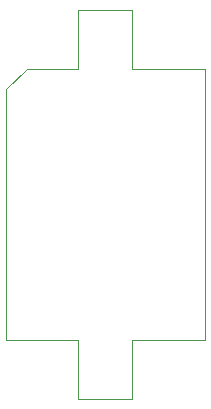
<source format=gbr>
%TF.GenerationSoftware,KiCad,Pcbnew,5.1.9*%
%TF.CreationDate,2021-01-06T21:23:30+01:00*%
%TF.ProjectId,powerpack,706f7765-7270-4616-936b-2e6b69636164,rev?*%
%TF.SameCoordinates,Original*%
%TF.FileFunction,Profile,NP*%
%FSLAX46Y46*%
G04 Gerber Fmt 4.6, Leading zero omitted, Abs format (unit mm)*
G04 Created by KiCad (PCBNEW 5.1.9) date 2021-01-06 21:23:30*
%MOMM*%
%LPD*%
G01*
G04 APERTURE LIST*
%TA.AperFunction,Profile*%
%ADD10C,0.100000*%
%TD*%
G04 APERTURE END LIST*
D10*
X172618400Y-23952200D02*
X168275000Y-23952200D01*
X172618400Y-19024600D02*
X172618400Y-23952200D01*
X177215800Y-19024600D02*
X172618400Y-19024600D01*
X177215800Y-23952200D02*
X177215800Y-19024600D01*
X183388000Y-23952200D02*
X177215800Y-23952200D01*
X183388000Y-46939200D02*
X183388000Y-23952200D01*
X177215800Y-46939200D02*
X183388000Y-46939200D01*
X177215800Y-51892200D02*
X177215800Y-46939200D01*
X172593000Y-51892200D02*
X177215800Y-51892200D01*
X172593000Y-46939200D02*
X172593000Y-51892200D01*
X166497000Y-46939200D02*
X172593000Y-46939200D01*
X166497000Y-25704800D02*
X166497000Y-46939200D01*
X168275000Y-23952200D02*
X166497000Y-25704800D01*
M02*

</source>
